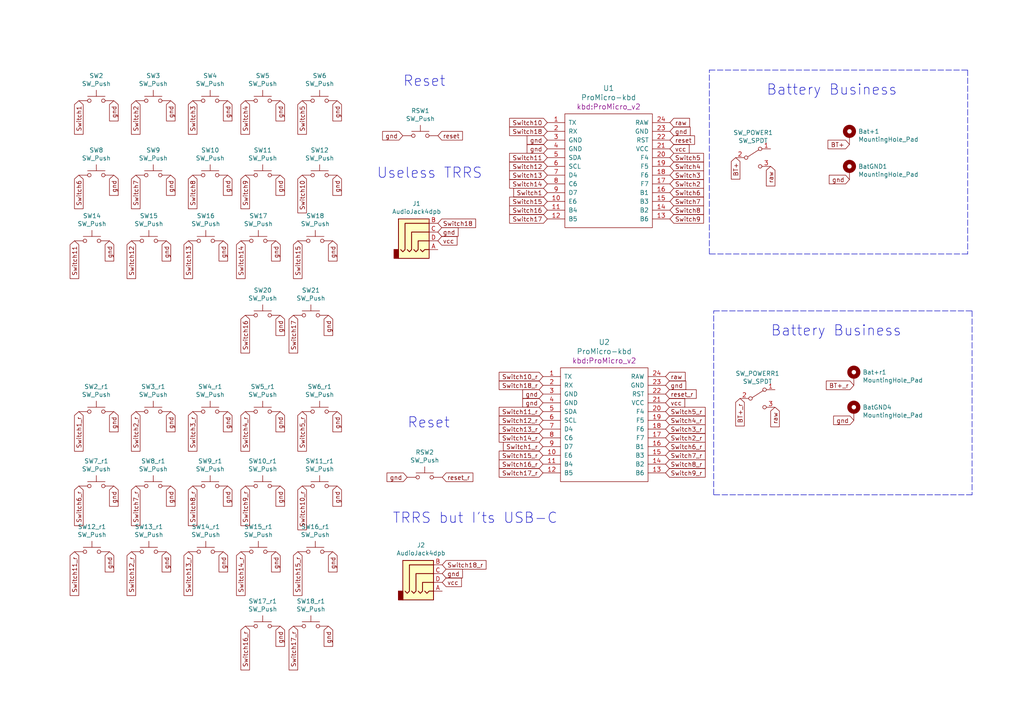
<source format=kicad_sch>
(kicad_sch (version 20231120) (generator "eeschema") (generator_version "8.0")
  (paper "A4")
  (title_block (title "K02") (date "2024-11-26") (rev "0.1") (comment 1 "Based on the Sweep 2 Half-Swept") (comment 2 "Redesigned by Lu Immich"))
  (lib_symbols
    (symbol "Mechanical:MountingHole_Pad" (pin_numbers hide) (pin_names (offset 1.016) hide)
      (property "Reference" "H" (at 0 6.35 0))
      (property "Value" "MountingHole_Pad" (at 0 4.445 0))
      (symbol "MountingHole_Pad_0_1"
        (circle (center 0 1.27) (radius 1.27) (stroke (width 1.27)))
      )
      (symbol "MountingHole_Pad_1_1"
        (pin input line (at 0 -2.54 90) (length 2.54) (name "1") (number "1"))
      )
    )
    (symbol "Switch:SW_Push" (pin_numbers hide) (pin_names (offset 1.016) hide)
      (property "Reference" "SW" (at 1.27 2.54 0))
      (property "Value" "SW_Push" (at 0 -1.524 0))
      (symbol "SW_Push_0_1"
        (circle (center -2.032 0) (radius 0.508))
        (polyline (pts (xy 0 1.27) (xy 0 3.048)))
        (polyline (pts (xy 2.54 1.27) (xy -2.54 1.27)))
        (circle (center 2.032 0) (radius 0.508))
        (pin passive line (at -5.08 0 0) (length 2.54) (name "1") (number "1"))
        (pin passive line (at 5.08 0 180) (length 2.54) (name "2") (number "2"))
      )
    )
    (symbol "Switch:SW_SPDT" (pin_names (offset 0) hide)
      (property "Reference" "SW" (at 0 4.318 0))
      (property "Value" "SW_SPDT" (at 0 -5.08 0))
      (symbol "SW_SPDT_0_0"
        (circle (center -2.032 0) (radius 0.508))
        (circle (center 2.032 -2.54) (radius 0.508))
      )
      (symbol "SW_SPDT_0_1"
        (polyline (pts (xy -1.524 0.254) (xy 1.651 2.286)))
        (circle (center 2.032 2.54) (radius 0.508))
      )
      (symbol "SW_SPDT_1_1"
        (pin passive line (at 5.08 2.54 180) (length 2.54) (name "A") (number "1"))
        (pin passive line (at -5.08 0 0) (length 2.54) (name "B") (number "2"))
        (pin passive line (at 5.08 -2.54 180) (length 2.54) (name "C") (number "3"))
      )
    )
    (symbol "half-swept-rescue:AudioJack4dpb-tokas_bp"
      (property "Reference" "J" (at 0 8.89 0))
      (property "Value" "AudioJack4dpb-tokas_bp" (at 0 6.35 0))
      (symbol "AudioJack4dpb-tokas_bp_0_1"
        (rectangle (start -6.35 -5.08) (end -7.62 -7.62) (stroke (width 0.254)) (fill (type outline)))
        (polyline (pts (xy 0 -5.08) (xy 0.635 -5.715) (xy 1.27 -5.08) (xy 2.54 -5.08)) (stroke (width 0.254)))
        (polyline (pts (xy -5.715 -5.08) (xy -5.08 -5.715) (xy -4.445 -5.08) (xy -4.445 2.54) (xy 2.54 2.54)) (stroke (width 0.254)))
        (polyline (pts (xy -1.905 -5.08) (xy -1.27 -5.715) (xy -0.635 -5.08) (xy -0.635 -2.54) (xy 2.54 -2.54)) (stroke (width 0.254)))
        (polyline (pts (xy 2.54 0) (xy -2.54 0) (xy -2.54 -5.08) (xy -3.175 -5.715) (xy -3.81 -5.08)) (stroke (width 0.254)))
        (rectangle (start 2.54 3.81) (end -6.35 -7.62) (stroke (width 0.254)) (fill (type background)))
      )
      (symbol "AudioJack4dpb-tokas_bp_1_1"
        (pin passive line (at 5.08 -5.08 180) (length 2.54) (name "~") (number "A"))
        (pin passive line (at 5.08 2.54 180) (length 2.54) (name "~") (number "B"))
        (pin passive line (at 5.08 0 180) (length 2.54) (name "~") (number "C"))
        (pin passive line (at 5.08 -2.54 180) (length 2.54) (name "~") (number "D"))
      )
    )
    (symbol "half-swept-rescue:ProMicro-kbd-bigblackpill-34key-rescue-sweepv2-rescue" (pin_names (offset 1.016))
      (property "Reference" "U" (at 0 24.13 0))
      (property "Value" "ProMicro-kbd-bigblackpill-34key-rescue-sweepv2-rescue" (at 0 -13.97 0))
      (symbol "ProMicro-kbd-bigblackpill-34key-rescue-sweepv2-rescue_0_1"
        (rectangle (start -12.7 21.59) (end 12.7 -11.43))
      )
      (symbol "ProMicro-kbd-bigblackpill-34key-rescue-sweepv2-rescue_1_1"
        (pin bidirectional line (at -17.78 19.05 0) (length 5.08) (name "TX") (number "1"))
        (pin bidirectional line (at -17.78 -3.81 0) (length 5.08) (name "E6") (number "10"))
        (pin bidirectional line (at -17.78 -6.35 0) (length 5.08) (name "B4") (number "11"))
        (pin bidirectional line (at -17.78 -8.89 0) (length 5.08) (name "B5") (number "12"))
        (pin bidirectional line (at 17.78 -8.89 180) (length 5.08) (name "B6") (number "13"))
        (pin bidirectional line (at 17.78 -6.35 180) (length 5.08) (name "B2") (number "14"))
        (pin bidirectional line (at 17.78 -3.81 180) (length 5.08) (name "B3") (number "15"))
        (pin bidirectional line (at 17.78 -1.27 180) (length 5.08) (name "B1") (number "16"))
        (pin bidirectional line (at 17.78 1.27 180) (length 5.08) (name "F7") (number "17"))
        (pin bidirectional line (at 17.78 3.81 180) (length 5.08) (name "F6") (number "18"))
        (pin bidirectional line (at 17.78 6.35 180) (length 5.08) (name "F5") (number "19"))
        (pin bidirectional line (at -17.78 16.51 0) (length 5.08) (name "RX") (number "2"))
        (pin bidirectional line (at 17.78 8.89 180) (length 5.08) (name "F4") (number "20"))
        (pin power_in line (at 17.78 11.43 180) (length 5.08) (name "VCC") (number "21"))
        (pin input line (at 17.78 13.97 180) (length 5.08) (name "RST") (number "22"))
        (pin power_in line (at 17.78 16.51 180) (length 5.08) (name "GND") (number "23"))
        (pin power_out line (at 17.78 19.05 180) (length 5.08) (name "RAW") (number "24"))
        (pin power_in line (at -17.78 13.97 0) (length 5.08) (name "GND") (number "3"))
        (pin power_in line (at -17.78 11.43 0) (length 5.08) (name "GND") (number "4"))
        (pin bidirectional line (at -17.78 8.89 0) (length 5.08) (name "SDA") (number "5"))
        (pin bidirectional line (at -17.78 6.35 0) (length 5.08) (name "SCL") (number "6"))
        (pin bidirectional line (at -17.78 3.81 0) (length 5.08) (name "D4") (number "7"))
        (pin bidirectional line (at -17.78 1.27 0) (length 5.08) (name "C6") (number "8"))
        (pin bidirectional line (at -17.78 -1.27 0) (length 5.08) (name "D7") (number "9"))
      )
    )
  )
  (polyline (pts (xy 280.67 73.66) (xy 205.74 73.66)) (stroke (width 0) (type dash)))
  (polyline (pts (xy 281.94 90.17) (xy 281.94 143.51)) (stroke (width 0) (type dash)))
  (polyline (pts (xy 205.74 73.66) (xy 205.74 20.32)) (stroke (width 0) (type dash)))
  (polyline (pts (xy 280.67 20.32) (xy 280.67 73.66)) (stroke (width 0) (type dash)))
  (polyline (pts (xy 207.01 143.51) (xy 207.01 90.17)) (stroke (width 0) (type dash)))
  (polyline (pts (xy 207.01 90.17) (xy 281.94 90.17)) (stroke (width 0) (type dash)))
  (polyline (pts (xy 281.94 143.51) (xy 207.01 143.51)) (stroke (width 0) (type dash)))
  (polyline (pts (xy 205.74 20.32) (xy 280.67 20.32)) (stroke (width 0) (type dash)))
  (text "Reset" (at 118.11 124.46 0) (effects (font (size 2.9972 2.9972)) (justify left bottom)))
  (text "Battery Business" (at 223.52 97.79 0) (effects (font (size 2.9972 2.9972)) (justify left bottom)))
  (text "TRRS but I'ts USB-C\n" (at 113.792 152.146 0) (effects (font (size 2.9972 2.9972)) (justify left bottom)))
  (text "Reset" (at 116.84 25.4 0) (effects (font (size 2.9972 2.9972)) (justify left bottom)))
  (text "Useless TRRS\n" (at 109.22 52.07 0) (effects (font (size 2.9972 2.9972)) (justify left bottom)))
  (text "Battery Business" (at 222.25 27.94 0) (effects (font (size 2.9972 2.9972)) (justify left bottom)))
  (global_label "gnd" (shape input) (at 81.28 181.61 270) (property "Intersheetrefs" "${INTERSHEET_REFS}" (effects (hide yes))))
  (global_label "BT+" (shape input) (at 246.38 41.91 180) (property "Intersheetrefs" "${INTERSHEET_REFS}" (effects (hide yes))))
  (global_label "Switch1_r" (shape input) (at 22.86 119.38 270) (property "Intersheetrefs" "${INTERSHEET_REFS}" (effects (hide yes))))
  (global_label "vcc" (shape input) (at 127 69.85 0) (property "Intersheetrefs" "${INTERSHEET_REFS}" (effects (hide yes))))
  (global_label "Switch18_r" (shape input) (at 157.48 111.76 180) (property "Intersheetrefs" "${INTERSHEET_REFS}" (effects (hide yes))))
  (global_label "Switch10_r" (shape input) (at 157.48 109.22 180) (property "Intersheetrefs" "${INTERSHEET_REFS}" (effects (hide yes))))
  (global_label "Switch8_r" (shape input) (at 193.04 134.62 0) (property "Intersheetrefs" "${INTERSHEET_REFS}" (effects (hide yes))))
  (global_label "gnd" (shape input) (at 128.27 166.37 0) (property "Intersheetrefs" "${INTERSHEET_REFS}" (effects (hide yes))))
  (global_label "Switch10" (shape input) (at 87.63 50.8 270) (property "Intersheetrefs" "${INTERSHEET_REFS}" (effects (hide yes))))
  (global_label "Switch6" (shape input) (at 22.86 50.8 270) (property "Intersheetrefs" "${INTERSHEET_REFS}" (effects (hide yes))))
  (global_label "Switch6_r" (shape input) (at 193.04 129.54 0) (property "Intersheetrefs" "${INTERSHEET_REFS}" (effects (hide yes))))
  (global_label "gnd" (shape input) (at 158.75 40.64 180) (property "Intersheetrefs" "${INTERSHEET_REFS}" (effects (hide yes))))
  (global_label "gnd" (shape input) (at 96.52 69.85 270) (property "Intersheetrefs" "${INTERSHEET_REFS}" (effects (hide yes))))
  (global_label "Switch4" (shape input) (at 194.31 48.26 0) (property "Intersheetrefs" "${INTERSHEET_REFS}" (effects (hide yes))))
  (global_label "reset_r" (shape input) (at 128.27 138.43 0) (property "Intersheetrefs" "${INTERSHEET_REFS}" (effects (hide yes))))
  (global_label "Switch8_r" (shape input) (at 55.88 140.97 270) (property "Intersheetrefs" "${INTERSHEET_REFS}" (effects (hide yes))))
  (global_label "gnd" (shape input) (at 48.26 160.02 270) (property "Intersheetrefs" "${INTERSHEET_REFS}" (effects (hide yes))))
  (global_label "Switch4_r" (shape input) (at 71.12 119.38 270) (property "Intersheetrefs" "${INTERSHEET_REFS}" (effects (hide yes))))
  (global_label "Switch15" (shape input) (at 158.75 58.42 180) (property "Intersheetrefs" "${INTERSHEET_REFS}" (effects (hide yes))))
  (global_label "gnd" (shape input) (at 66.04 50.8 270) (property "Intersheetrefs" "${INTERSHEET_REFS}" (effects (hide yes))))
  (global_label "Switch18" (shape input) (at 127 64.77 0) (property "Intersheetrefs" "${INTERSHEET_REFS}" (effects (hide yes))))
  (global_label "Switch3_r" (shape input) (at 55.88 119.38 270) (property "Intersheetrefs" "${INTERSHEET_REFS}" (effects (hide yes))))
  (global_label "gnd" (shape input) (at 95.25 181.61 270) (property "Intersheetrefs" "${INTERSHEET_REFS}" (effects (hide yes))))
  (global_label "gnd" (shape input) (at 81.28 91.44 270) (property "Intersheetrefs" "${INTERSHEET_REFS}" (effects (hide yes))))
  (global_label "Switch7_r" (shape input) (at 39.37 140.97 270) (property "Intersheetrefs" "${INTERSHEET_REFS}" (effects (hide yes))))
  (global_label "raw" (shape input) (at 224.79 118.11 270) (property "Intersheetrefs" "${INTERSHEET_REFS}" (effects (hide yes))))
  (global_label "gnd" (shape input) (at 33.02 119.38 270) (property "Intersheetrefs" "${INTERSHEET_REFS}" (effects (hide yes))))
  (global_label "gnd" (shape input) (at 33.02 140.97 270) (property "Intersheetrefs" "${INTERSHEET_REFS}" (effects (hide yes))))
  (global_label "gnd" (shape input) (at 80.01 69.85 270) (property "Intersheetrefs" "${INTERSHEET_REFS}" (effects (hide yes))))
  (global_label "Switch17" (shape input) (at 158.75 63.5 180) (property "Intersheetrefs" "${INTERSHEET_REFS}" (effects (hide yes))))
  (global_label "gnd" (shape input) (at 80.01 160.02 270) (property "Intersheetrefs" "${INTERSHEET_REFS}" (effects (hide yes))))
  (global_label "Switch1" (shape input) (at 158.75 55.88 180) (property "Intersheetrefs" "${INTERSHEET_REFS}" (effects (hide yes))))
  (global_label "Switch5" (shape input) (at 87.63 29.21 270) (property "Intersheetrefs" "${INTERSHEET_REFS}" (effects (hide yes))))
  (global_label "Switch12" (shape input) (at 158.75 48.26 180) (property "Intersheetrefs" "${INTERSHEET_REFS}" (effects (hide yes))))
  (global_label "Switch15_r" (shape input) (at 86.36 160.02 270) (property "Intersheetrefs" "${INTERSHEET_REFS}" (effects (hide yes))))
  (global_label "gnd" (shape input) (at 66.04 119.38 270) (property "Intersheetrefs" "${INTERSHEET_REFS}" (effects (hide yes))))
  (global_label "Switch12" (shape input) (at 38.1 69.85 270) (property "Intersheetrefs" "${INTERSHEET_REFS}" (effects (hide yes))))
  (global_label "gnd" (shape input) (at 33.02 50.8 270) (property "Intersheetrefs" "${INTERSHEET_REFS}" (effects (hide yes))))
  (global_label "Switch9" (shape input) (at 71.12 50.8 270) (property "Intersheetrefs" "${INTERSHEET_REFS}" (effects (hide yes))))
  (global_label "Switch6" (shape input) (at 194.31 55.88 0) (property "Intersheetrefs" "${INTERSHEET_REFS}" (effects (hide yes))))
  (global_label "gnd" (shape input) (at 49.53 140.97 270) (property "Intersheetrefs" "${INTERSHEET_REFS}" (effects (hide yes))))
  (global_label "reset" (shape input) (at 194.31 40.64 0) (property "Intersheetrefs" "${INTERSHEET_REFS}" (effects (hide yes))))
  (global_label "Switch7_r" (shape input) (at 193.04 132.08 0) (property "Intersheetrefs" "${INTERSHEET_REFS}" (effects (hide yes))))
  (global_label "reset" (shape input) (at 127 39.37 0) (property "Intersheetrefs" "${INTERSHEET_REFS}" (effects (hide yes))))
  (global_label "Switch17_r" (shape input) (at 157.48 137.16 180) (property "Intersheetrefs" "${INTERSHEET_REFS}" (effects (hide yes))))
  (global_label "Switch2" (shape input) (at 194.31 53.34 0) (property "Intersheetrefs" "${INTERSHEET_REFS}" (effects (hide yes))))
  (global_label "Switch5_r" (shape input) (at 193.04 119.38 0) (property "Intersheetrefs" "${INTERSHEET_REFS}" (effects (hide yes))))
  (global_label "Switch15" (shape input) (at 86.36 69.85 270) (property "Intersheetrefs" "${INTERSHEET_REFS}" (effects (hide yes))))
  (global_label "raw" (shape input) (at 223.52 48.26 270) (property "Intersheetrefs" "${INTERSHEET_REFS}" (effects (hide yes))))
  (global_label "Switch3_r" (shape input) (at 193.04 124.46 0) (property "Intersheetrefs" "${INTERSHEET_REFS}" (effects (hide yes))))
  (global_label "gnd" (shape input) (at 247.65 121.92 180) (property "Intersheetrefs" "${INTERSHEET_REFS}" (effects (hide yes))))
  (global_label "Switch14_r" (shape input) (at 69.85 160.02 270) (property "Intersheetrefs" "${INTERSHEET_REFS}" (effects (hide yes))))
  (global_label "gnd" (shape input) (at 246.38 52.07 180) (property "Intersheetrefs" "${INTERSHEET_REFS}" (effects (hide yes))))
  (global_label "Switch17" (shape input) (at 85.09 91.44 270) (property "Intersheetrefs" "${INTERSHEET_REFS}" (effects (hide yes))))
  (global_label "gnd" (shape input) (at 31.75 160.02 270) (property "Intersheetrefs" "${INTERSHEET_REFS}" (effects (hide yes))))
  (global_label "Switch3" (shape input) (at 55.88 29.21 270) (property "Intersheetrefs" "${INTERSHEET_REFS}" (effects (hide yes))))
  (global_label "gnd" (shape input) (at 49.53 29.21 270) (property "Intersheetrefs" "${INTERSHEET_REFS}" (effects (hide yes))))
  (global_label "Switch1_r" (shape input) (at 157.48 129.54 180) (property "Intersheetrefs" "${INTERSHEET_REFS}" (effects (hide yes))))
  (global_label "gnd" (shape input) (at 97.79 119.38 270) (property "Intersheetrefs" "${INTERSHEET_REFS}" (effects (hide yes))))
  (global_label "gnd" (shape input) (at 97.79 140.97 270) (property "Intersheetrefs" "${INTERSHEET_REFS}" (effects (hide yes))))
  (global_label "Switch11" (shape input) (at 158.75 45.72 180) (property "Intersheetrefs" "${INTERSHEET_REFS}" (effects (hide yes))))
  (global_label "gnd" (shape input) (at 96.52 160.02 270) (property "Intersheetrefs" "${INTERSHEET_REFS}" (effects (hide yes))))
  (global_label "Switch7" (shape input) (at 194.31 58.42 0) (property "Intersheetrefs" "${INTERSHEET_REFS}" (effects (hide yes))))
  (global_label "Switch9" (shape input) (at 194.31 63.5 0) (property "Intersheetrefs" "${INTERSHEET_REFS}" (effects (hide yes))))
  (global_label "Switch7" (shape input) (at 39.37 50.8 270) (property "Intersheetrefs" "${INTERSHEET_REFS}" (effects (hide yes))))
  (global_label "Switch4_r" (shape input) (at 193.04 121.92 0) (property "Intersheetrefs" "${INTERSHEET_REFS}" (effects (hide yes))))
  (global_label "gnd" (shape input) (at 33.02 29.21 270) (property "Intersheetrefs" "${INTERSHEET_REFS}" (effects (hide yes))))
  (global_label "Switch2" (shape input) (at 39.37 29.21 270) (property "Intersheetrefs" "${INTERSHEET_REFS}" (effects (hide yes))))
  (global_label "Switch6_r" (shape input) (at 22.86 140.97 270) (property "Intersheetrefs" "${INTERSHEET_REFS}" (effects (hide yes))))
  (global_label "Switch1" (shape input) (at 22.86 29.21 270) (property "Intersheetrefs" "${INTERSHEET_REFS}" (effects (hide yes))))
  (global_label "gnd" (shape input) (at 66.04 140.97 270) (property "Intersheetrefs" "${INTERSHEET_REFS}" (effects (hide yes))))
  (global_label "Switch11_r" (shape input) (at 157.48 119.38 180) (property "Intersheetrefs" "${INTERSHEET_REFS}" (effects (hide yes))))
  (global_label "gnd" (shape input) (at 157.48 114.3 180) (property "Intersheetrefs" "${INTERSHEET_REFS}" (effects (hide yes))))
  (global_label "Switch13_r" (shape input) (at 157.48 124.46 180) (property "Intersheetrefs" "${INTERSHEET_REFS}" (effects (hide yes))))
  (global_label "Switch8" (shape input) (at 194.31 60.96 0) (property "Intersheetrefs" "${INTERSHEET_REFS}" (effects (hide yes))))
  (global_label "Switch17_r" (shape input) (at 85.09 181.61 270) (property "Intersheetrefs" "${INTERSHEET_REFS}" (effects (hide yes))))
  (global_label "gnd" (shape input) (at 64.77 69.85 270) (property "Intersheetrefs" "${INTERSHEET_REFS}" (effects (hide yes))))
  (global_label "reset_r" (shape input) (at 193.04 114.3 0) (property "Intersheetrefs" "${INTERSHEET_REFS}" (effects (hide yes))))
  (global_label "Switch12_r" (shape input) (at 38.1 160.02 270) (property "Intersheetrefs" "${INTERSHEET_REFS}" (effects (hide yes))))
  (global_label "Switch18" (shape input) (at 158.75 38.1 180) (property "Intersheetrefs" "${INTERSHEET_REFS}" (effects (hide yes))))
  (global_label "Switch14" (shape input) (at 158.75 53.34 180) (property "Intersheetrefs" "${INTERSHEET_REFS}" (effects (hide yes))))
  (global_label "BT+_r" (shape input) (at 214.63 115.57 270) (property "Intersheetrefs" "${INTERSHEET_REFS}" (effects (hide yes))))
  (global_label "gnd" (shape input) (at 31.75 69.85 270) (property "Intersheetrefs" "${INTERSHEET_REFS}" (effects (hide yes))))
  (global_label "gnd" (shape input) (at 49.53 50.8 270) (property "Intersheetrefs" "${INTERSHEET_REFS}" (effects (hide yes))))
  (global_label "gnd" (shape input) (at 97.79 29.21 270) (property "Intersheetrefs" "${INTERSHEET_REFS}" (effects (hide yes))))
  (global_label "Switch3" (shape input) (at 194.31 50.8 0) (property "Intersheetrefs" "${INTERSHEET_REFS}" (effects (hide yes))))
  (global_label "gnd" (shape input) (at 158.75 43.18 180) (property "Intersheetrefs" "${INTERSHEET_REFS}" (effects (hide yes))))
  (global_label "Switch16_r" (shape input) (at 71.12 181.61 270) (property "Intersheetrefs" "${INTERSHEET_REFS}" (effects (hide yes))))
  (global_label "Switch16_r" (shape input) (at 157.48 134.62 180) (property "Intersheetrefs" "${INTERSHEET_REFS}" (effects (hide yes))))
  (global_label "Switch2_r" (shape input) (at 39.37 119.38 270) (property "Intersheetrefs" "${INTERSHEET_REFS}" (effects (hide yes))))
  (global_label "Switch16" (shape input) (at 71.12 91.44 270) (property "Intersheetrefs" "${INTERSHEET_REFS}" (effects (hide yes))))
  (global_label "Switch18_r" (shape input) (at 128.27 163.83 0) (property "Intersheetrefs" "${INTERSHEET_REFS}" (effects (hide yes))))
  (global_label "Switch4" (shape input) (at 71.12 29.21 270) (property "Intersheetrefs" "${INTERSHEET_REFS}" (effects (hide yes))))
  (global_label "gnd" (shape input) (at 118.11 138.43 180) (property "Intersheetrefs" "${INTERSHEET_REFS}" (effects (hide yes))))
  (global_label "Switch10" (shape input) (at 158.75 35.56 180) (property "Intersheetrefs" "${INTERSHEET_REFS}" (effects (hide yes))))
  (global_label "Switch15_r" (shape input) (at 157.48 132.08 180) (property "Intersheetrefs" "${INTERSHEET_REFS}" (effects (hide yes))))
  (global_label "gnd" (shape input) (at 127 67.31 0) (property "Intersheetrefs" "${INTERSHEET_REFS}" (effects (hide yes))))
  (global_label "gnd" (shape input) (at 97.79 50.8 270) (property "Intersheetrefs" "${INTERSHEET_REFS}" (effects (hide yes))))
  (global_label "gnd" (shape input) (at 81.28 140.97 270) (property "Intersheetrefs" "${INTERSHEET_REFS}" (effects (hide yes))))
  (global_label "Switch9_r" (shape input) (at 71.12 140.97 270) (property "Intersheetrefs" "${INTERSHEET_REFS}" (effects (hide yes))))
  (global_label "Switch16" (shape input) (at 158.75 60.96 180) (property "Intersheetrefs" "${INTERSHEET_REFS}" (effects (hide yes))))
  (global_label "BT+_r" (shape input) (at 247.65 111.76 180) (property "Intersheetrefs" "${INTERSHEET_REFS}" (effects (hide yes))))
  (global_label "Switch8" (shape input) (at 55.88 50.8 270) (property "Intersheetrefs" "${INTERSHEET_REFS}" (effects (hide yes))))
  (global_label "Switch13" (shape input) (at 158.75 50.8 180) (property "Intersheetrefs" "${INTERSHEET_REFS}" (effects (hide yes))))
  (global_label "Switch11" (shape input) (at 21.59 69.85 270) (property "Intersheetrefs" "${INTERSHEET_REFS}" (effects (hide yes))))
  (global_label "Switch14" (shape input) (at 69.85 69.85 270) (property "Intersheetrefs" "${INTERSHEET_REFS}" (effects (hide yes))))
  (global_label "Switch5_r" (shape input) (at 87.63 119.38 270) (property "Intersheetrefs" "${INTERSHEET_REFS}" (effects (hide yes))))
  (global_label "Switch9_r" (shape input) (at 193.04 137.16 0) (property "Intersheetrefs" "${INTERSHEET_REFS}" (effects (hide yes))))
  (global_label "gnd" (shape input) (at 48.26 69.85 270) (property "Intersheetrefs" "${INTERSHEET_REFS}" (effects (hide yes))))
  (global_label "gnd" (shape input) (at 66.04 29.21 270) (property "Intersheetrefs" "${INTERSHEET_REFS}" (effects (hide yes))))
  (global_label "Switch13_r" (shape input) (at 54.61 160.02 270) (property "Intersheetrefs" "${INTERSHEET_REFS}" (effects (hide yes))))
  (global_label "Switch14_r" (shape input) (at 157.48 127 180) (property "Intersheetrefs" "${INTERSHEET_REFS}" (effects (hide yes))))
  (global_label "Switch13" (shape input) (at 54.61 69.85 270) (property "Intersheetrefs" "${INTERSHEET_REFS}" (effects (hide yes))))
  (global_label "gnd" (shape input) (at 49.53 119.38 270) (property "Intersheetrefs" "${INTERSHEET_REFS}" (effects (hide yes))))
  (global_label "Switch2_r" (shape input) (at 193.04 127 0) (property "Intersheetrefs" "${INTERSHEET_REFS}" (effects (hide yes))))
  (global_label "gnd" (shape input) (at 157.48 116.84 180) (property "Intersheetrefs" "${INTERSHEET_REFS}" (effects (hide yes))))
  (global_label "Switch10_r" (shape input) (at 87.63 140.97 270) (property "Intersheetrefs" "${INTERSHEET_REFS}" (effects (hide yes))))
  (global_label "vcc" (shape input) (at 128.27 168.91 0) (property "Intersheetrefs" "${INTERSHEET_REFS}" (effects (hide yes))))
  (global_label "gnd" (shape input) (at 95.25 91.44 270) (property "Intersheetrefs" "${INTERSHEET_REFS}" (effects (hide yes))))
  (global_label "gnd" (shape input) (at 81.28 119.38 270) (property "Intersheetrefs" "${INTERSHEET_REFS}" (effects (hide yes))))
  (global_label "gnd" (shape input) (at 81.28 50.8 270) (property "Intersheetrefs" "${INTERSHEET_REFS}" (effects (hide yes))))
  (global_label "Switch12_r" (shape input) (at 157.48 121.92 180) (property "Intersheetrefs" "${INTERSHEET_REFS}" (effects (hide yes))))
  (global_label "BT+" (shape input) (at 213.36 45.72 270) (property "Intersheetrefs" "${INTERSHEET_REFS}" (effects (hide yes))))
  (global_label "gnd" (shape input) (at 64.77 160.02 270) (property "Intersheetrefs" "${INTERSHEET_REFS}" (effects (hide yes))))
  (global_label "gnd" (shape input) (at 116.84 39.37 180) (property "Intersheetrefs" "${INTERSHEET_REFS}" (effects (hide yes))))
  (global_label "raw" (shape input) (at 193.04 109.22 0) (property "Intersheetrefs" "${INTERSHEET_REFS}" (effects (hide yes))))
  (global_label "raw" (shape input) (at 194.31 35.56 0) (property "Intersheetrefs" "${INTERSHEET_REFS}" (effects (hide yes))))
  (global_label "gnd" (shape input) (at 193.04 111.76 0) (property "Intersheetrefs" "${INTERSHEET_REFS}" (effects (hide yes))))
  (global_label "vcc" (shape input) (at 194.31 43.18 0) (property "Intersheetrefs" "${INTERSHEET_REFS}" (effects (hide yes))))
  (global_label "gnd" (shape input) (at 194.31 38.1 0) (property "Intersheetrefs" "${INTERSHEET_REFS}" (effects (hide yes))))
  (global_label "gnd" (shape input) (at 81.28 29.21 270) (property "Intersheetrefs" "${INTERSHEET_REFS}" (effects (hide yes))))
  (global_label "Switch11_r" (shape input) (at 21.59 160.02 270) (property "Intersheetrefs" "${INTERSHEET_REFS}" (effects (hide yes))))
  (global_label "Switch5" (shape input) (at 194.31 45.72 0) (property "Intersheetrefs" "${INTERSHEET_REFS}" (effects (hide yes))))
  (global_label "vcc" (shape input) (at 193.04 116.84 0) (property "Intersheetrefs" "${INTERSHEET_REFS}" (effects (hide yes))))
  (symbol (lib_id "Mechanical:MountingHole_Pad") (at 246.38 39.37 0) (unit 1)
    (property "Reference" "Bat+1" (at 248.92 38.1254 0) (effects (justify left)))
    (property "Value" "MountingHole_Pad" (at 248.92 40.4368 0) (effects (justify left)))
    (property "Footprint" "kbd:1pin_conn" (effects (hide yes)))
  )
  (symbol (lib_id "Mechanical:MountingHole_Pad") (at 246.38 49.53 0) (unit 1)
    (property "Reference" "BatGND1" (at 248.92 48.2854 0) (effects (justify left)))
    (property "Value" "MountingHole_Pad" (at 248.92 50.5968 0) (effects (justify left)))
    (property "Footprint" "kbd:1pin_conn" (effects (hide yes)))
  )
  (symbol (lib_id "half-swept-rescue:ProMicro-kbd-bigblackpill-34key-rescue-sweepv2-rescue") (at 176.53 54.61 0) (unit 1)
    (property "Reference" "U1" (at 176.53 25.5778 0) (effects (font (size 1.524 1.524))))
    (property "Value" "ProMicro-kbd" (at 176.53 28.2702 0) (effects (font (size 1.524 1.524))))
    (property "Footprint" "kbd:ProMicro_v2" (at 176.53 30.9626 0) (effects (font (size 1.524 1.524))))
  )
  (symbol (lib_id "Switch:SW_Push") (at 27.94 29.21 0) (unit 1)
    (property "Reference" "SW2" (at 27.94 21.971 0))
    (property "Value" "SW_Push" (at 27.94 24.2824 0))
    (property "Footprint" "Kailh:SW_PG1350_rev_DPB" (effects (hide yes)))
  )
  (symbol (lib_id "Switch:SW_Push") (at 44.45 29.21 0) (unit 1)
    (property "Reference" "SW3" (at 44.45 21.971 0))
    (property "Value" "SW_Push" (at 44.45 24.2824 0))
    (property "Footprint" "Kailh:SW_PG1350_rev_DPB" (effects (hide yes)))
  )
  (symbol (lib_id "Switch:SW_Push") (at 60.96 29.21 0) (unit 1)
    (property "Reference" "SW4" (at 60.96 21.971 0))
    (property "Value" "SW_Push" (at 60.96 24.2824 0))
    (property "Footprint" "Kailh:SW_PG1350_rev_DPB" (effects (hide yes)))
  )
  (symbol (lib_id "Switch:SW_Push") (at 76.2 29.21 0) (unit 1)
    (property "Reference" "SW5" (at 76.2 21.971 0))
    (property "Value" "SW_Push" (at 76.2 24.2824 0))
    (property "Footprint" "Kailh:SW_PG1350_rev_DPB" (effects (hide yes)))
  )
  (symbol (lib_id "Switch:SW_Push") (at 92.71 29.21 0) (unit 1)
    (property "Reference" "SW6" (at 92.71 21.971 0))
    (property "Value" "SW_Push" (at 92.71 24.2824 0))
    (property "Footprint" "Kailh:SW_PG1350_rev_DPB" (effects (hide yes)))
  )
  (symbol (lib_id "Switch:SW_Push") (at 76.2 91.44 0) (unit 1)
    (property "Reference" "SW20" (at 76.2 84.201 0))
    (property "Value" "SW_Push" (at 76.2 86.5124 0))
    (property "Footprint" "Kailh:SW_PG1350_rev_DPB" (effects (hide yes)))
  )
  (symbol (lib_id "Switch:SW_Push") (at 90.17 91.44 0) (unit 1)
    (property "Reference" "SW21" (at 90.17 84.201 0))
    (property "Value" "SW_Push" (at 90.17 86.5124 0))
    (property "Footprint" "Kailh:SW_PG1350_rev_DPB" (effects (hide yes)))
  )
  (symbol (lib_id "Switch:SW_Push") (at 27.94 50.8 0) (unit 1)
    (property "Reference" "SW8" (at 27.94 43.561 0))
    (property "Value" "SW_Push" (at 27.94 45.8724 0))
    (property "Footprint" "Kailh:SW_PG1350_rev_DPB" (effects (hide yes)))
  )
  (symbol (lib_id "Switch:SW_Push") (at 44.45 50.8 0) (unit 1)
    (property "Reference" "SW9" (at 44.45 43.561 0))
    (property "Value" "SW_Push" (at 44.45 45.8724 0))
    (property "Footprint" "Kailh:SW_PG1350_rev_DPB" (effects (hide yes)))
  )
  (symbol (lib_id "Switch:SW_Push") (at 60.96 50.8 0) (unit 1)
    (property "Reference" "SW10" (at 60.96 43.561 0))
    (property "Value" "SW_Push" (at 60.96 45.8724 0))
    (property "Footprint" "Kailh:SW_PG1350_rev_DPB" (effects (hide yes)))
  )
  (symbol (lib_id "Switch:SW_Push") (at 76.2 50.8 0) (unit 1)
    (property "Reference" "SW11" (at 76.2 43.561 0))
    (property "Value" "SW_Push" (at 76.2 45.8724 0))
    (property "Footprint" "Kailh:SW_PG1350_rev_DPB" (effects (hide yes)))
  )
  (symbol (lib_id "Switch:SW_Push") (at 92.71 50.8 0) (unit 1)
    (property "Reference" "SW12" (at 92.71 43.561 0))
    (property "Value" "SW_Push" (at 92.71 45.8724 0))
    (property "Footprint" "Kailh:SW_PG1350_rev_DPB" (effects (hide yes)))
  )
  (symbol (lib_id "Switch:SW_Push") (at 26.67 69.85 0) (unit 1)
    (property "Reference" "SW14" (at 26.67 62.611 0))
    (property "Value" "SW_Push" (at 26.67 64.9224 0))
    (property "Footprint" "Kailh:SW_PG1350_rev_DPB" (effects (hide yes)))
  )
  (symbol (lib_id "Switch:SW_Push") (at 43.18 69.85 0) (unit 1)
    (property "Reference" "SW15" (at 43.18 62.611 0))
    (property "Value" "SW_Push" (at 43.18 64.9224 0))
    (property "Footprint" "Kailh:SW_PG1350_rev_DPB" (effects (hide yes)))
  )
  (symbol (lib_id "Switch:SW_Push") (at 59.69 69.85 0) (unit 1)
    (property "Reference" "SW16" (at 59.69 62.611 0))
    (property "Value" "SW_Push" (at 59.69 64.9224 0))
    (property "Footprint" "Kailh:SW_PG1350_rev_DPB" (effects (hide yes)))
  )
  (symbol (lib_id "Switch:SW_Push") (at 74.93 69.85 0) (unit 1)
    (property "Reference" "SW17" (at 74.93 62.611 0))
    (property "Value" "SW_Push" (at 74.93 64.9224 0))
    (property "Footprint" "Kailh:SW_PG1350_rev_DPB" (effects (hide yes)))
  )
  (symbol (lib_id "Switch:SW_Push") (at 91.44 69.85 0) (unit 1)
    (property "Reference" "SW18" (at 91.44 62.611 0))
    (property "Value" "SW_Push" (at 91.44 64.9224 0))
    (property "Footprint" "Kailh:SW_PG1350_rev_DPB" (effects (hide yes)))
  )
  (symbol (lib_id "Switch:SW_Push") (at 121.92 39.37 0) (unit 1)
    (property "Reference" "RSW1" (at 121.92 32.131 0))
    (property "Value" "SW_Push" (at 121.92 34.4424 0))
    (property "Footprint" "kbd:ResetSW" (effects (hide yes)))
  )
  (symbol (lib_id "Switch:SW_SPDT") (at 218.44 45.72 0) (unit 1)
    (property "Reference" "SW_POWER1" (at 218.44 38.481 0))
    (property "Value" "SW_SPDT" (at 218.44 40.7924 0))
    (property "Footprint" "Kailh:SPDT_C128955" (effects (hide yes)))
  )
  (symbol (lib_id "half-swept-rescue:AudioJack4dpb-tokas_bp") (at 121.92 67.31 0) (unit 1)
    (property "Reference" "J1" (at 120.8278 59.055 0))
    (property "Value" "AudioJack4dpb" (at 120.8278 61.3664 0))
    (property "Footprint" "kbd:MJ-4PP-9" (effects (hide yes)))
  )
  (symbol (lib_id "Switch:SW_Push") (at 27.94 119.38 0) (unit 1)
    (property "Reference" "SW2_r1" (at 27.94 112.141 0))
    (property "Value" "SW_Push" (at 27.94 114.4524 0))
    (property "Footprint" "Kailh:SW_PG1350_rev_DPB" (effects (hide yes)))
  )
  (symbol (lib_id "Switch:SW_Push") (at 44.45 119.38 0) (unit 1)
    (property "Reference" "SW3_r1" (at 44.45 112.141 0))
    (property "Value" "SW_Push" (at 44.45 114.4524 0))
    (property "Footprint" "Kailh:SW_PG1350_rev_DPB" (effects (hide yes)))
  )
  (symbol (lib_id "Switch:SW_Push") (at 60.96 119.38 0) (unit 1)
    (property "Reference" "SW4_r1" (at 60.96 112.141 0))
    (property "Value" "SW_Push" (at 60.96 114.4524 0))
    (property "Footprint" "Kailh:SW_PG1350_rev_DPB" (effects (hide yes)))
  )
  (symbol (lib_id "Switch:SW_Push") (at 76.2 119.38 0) (unit 1)
    (property "Reference" "SW5_r1" (at 76.2 112.141 0))
    (property "Value" "SW_Push" (at 76.2 114.4524 0))
    (property "Footprint" "Kailh:SW_PG1350_rev_DPB" (effects (hide yes)))
  )
  (symbol (lib_id "Switch:SW_Push") (at 92.71 119.38 0) (unit 1)
    (property "Reference" "SW6_r1" (at 92.71 112.141 0))
    (property "Value" "SW_Push" (at 92.71 114.4524 0))
    (property "Footprint" "Kailh:SW_PG1350_rev_DPB" (effects (hide yes)))
  )
  (symbol (lib_id "Switch:SW_Push") (at 76.2 181.61 0) (unit 1)
    (property "Reference" "SW17_r1" (at 76.2 174.371 0))
    (property "Value" "SW_Push" (at 76.2 176.6824 0))
    (property "Footprint" "Kailh:SW_PG1350_rev_DPB" (effects (hide yes)))
  )
  (symbol (lib_id "Switch:SW_Push") (at 90.17 181.61 0) (unit 1)
    (property "Reference" "SW18_r1" (at 90.17 174.371 0))
    (property "Value" "SW_Push" (at 90.17 176.6824 0))
    (property "Footprint" "Kailh:SW_PG1350_rev_DPB" (effects (hide yes)))
  )
  (symbol (lib_id "Switch:SW_Push") (at 27.94 140.97 0) (unit 1)
    (property "Reference" "SW7_r1" (at 27.94 133.731 0))
    (property "Value" "SW_Push" (at 27.94 136.0424 0))
    (property "Footprint" "Kailh:SW_PG1350_rev_DPB" (effects (hide yes)))
  )
  (symbol (lib_id "Switch:SW_Push") (at 44.45 140.97 0) (unit 1)
    (property "Reference" "SW8_r1" (at 44.45 133.731 0))
    (property "Value" "SW_Push" (at 44.45 136.0424 0))
    (property "Footprint" "Kailh:SW_PG1350_rev_DPB" (effects (hide yes)))
  )
  (symbol (lib_id "Switch:SW_Push") (at 60.96 140.97 0) (unit 1)
    (property "Reference" "SW9_r1" (at 60.96 133.731 0))
    (property "Value" "SW_Push" (at 60.96 136.0424 0))
    (property "Footprint" "Kailh:SW_PG1350_rev_DPB" (effects (hide yes)))
  )
  (symbol (lib_id "Switch:SW_Push") (at 76.2 140.97 0) (unit 1)
    (property "Reference" "SW10_r1" (at 76.2 133.731 0))
    (property "Value" "SW_Push" (at 76.2 136.0424 0))
    (property "Footprint" "Kailh:SW_PG1350_rev_DPB" (effects (hide yes)))
  )
  (symbol (lib_id "Switch:SW_Push") (at 92.71 140.97 0) (unit 1)
    (property "Reference" "SW11_r1" (at 92.71 133.731 0))
    (property "Value" "SW_Push" (at 92.71 136.0424 0))
    (property "Footprint" "Kailh:SW_PG1350_rev_DPB" (effects (hide yes)))
  )
  (symbol (lib_id "Switch:SW_Push") (at 26.67 160.02 0) (unit 1)
    (property "Reference" "SW12_r1" (at 26.67 152.781 0))
    (property "Value" "SW_Push" (at 26.67 155.0924 0))
    (property "Footprint" "Kailh:SW_PG1350_rev_DPB" (effects (hide yes)))
  )
  (symbol (lib_id "Switch:SW_Push") (at 43.18 160.02 0) (unit 1)
    (property "Reference" "SW13_r1" (at 43.18 152.781 0))
    (property "Value" "SW_Push" (at 43.18 155.0924 0))
    (property "Footprint" "Kailh:SW_PG1350_rev_DPB" (effects (hide yes)))
  )
  (symbol (lib_id "Switch:SW_Push") (at 59.69 160.02 0) (unit 1)
    (property "Reference" "SW14_r1" (at 59.69 152.781 0))
    (property "Value" "SW_Push" (at 59.69 155.0924 0))
    (property "Footprint" "Kailh:SW_PG1350_rev_DPB" (effects (hide yes)))
  )
  (symbol (lib_id "Switch:SW_Push") (at 74.93 160.02 0) (unit 1)
    (property "Reference" "SW15_r1" (at 74.93 152.781 0))
    (property "Value" "SW_Push" (at 74.93 155.0924 0))
    (property "Footprint" "Kailh:SW_PG1350_rev_DPB" (effects (hide yes)))
  )
  (symbol (lib_id "Switch:SW_Push") (at 91.44 160.02 0) (unit 1)
    (property "Reference" "SW16_r1" (at 91.44 152.781 0))
    (property "Value" "SW_Push" (at 91.44 155.0924 0))
    (property "Footprint" "Kailh:SW_PG1350_rev_DPB" (effects (hide yes)))
  )
  (symbol (lib_id "half-swept-rescue:ProMicro-kbd-bigblackpill-34key-rescue-sweepv2-rescue") (at 175.26 128.27 0) (unit 1)
    (property "Reference" "U2" (at 175.26 99.2378 0) (effects (font (size 1.524 1.524))))
    (property "Value" "ProMicro-kbd" (at 175.26 101.9302 0) (effects (font (size 1.524 1.524))))
    (property "Footprint" "kbd:ProMicro_v2" (at 175.26 104.6226 0) (effects (font (size 1.524 1.524))))
  )
  (symbol (lib_id "Switch:SW_Push") (at 123.19 138.43 0) (unit 1)
    (property "Reference" "RSW2" (at 123.19 131.191 0))
    (property "Value" "SW_Push" (at 123.19 133.5024 0))
    (property "Footprint" "kbd:ResetSW" (effects (hide yes)))
  )
  (symbol (lib_id "half-swept-rescue:AudioJack4dpb-tokas_bp") (at 123.19 166.37 0) (unit 1)
    (property "Reference" "J2" (at 122.0978 158.115 0))
    (property "Value" "AudioJack4dpb" (at 122.0978 160.4264 0))
    (property "Footprint" "kbd:MJ-4PP-9" (effects (hide yes)))
  )
  (symbol (lib_id "Switch:SW_SPDT") (at 219.71 115.57 0) (unit 1)
    (property "Reference" "SW_POWERR1" (at 219.71 108.331 0))
    (property "Value" "SW_SPDT" (at 219.71 110.6424 0))
    (property "Footprint" "Kailh:SPDT_C128955" (effects (hide yes)))
  )
  (symbol (lib_id "Mechanical:MountingHole_Pad") (at 247.65 109.22 0) (unit 1)
    (property "Reference" "Bat+r1" (at 250.19 107.9754 0) (effects (justify left)))
    (property "Value" "MountingHole_Pad" (at 250.19 110.2868 0) (effects (justify left)))
    (property "Footprint" "kbd:1pin_conn" (effects (hide yes)))
  )
  (symbol (lib_id "Mechanical:MountingHole_Pad") (at 247.65 119.38 0) (unit 1)
    (property "Reference" "BatGND4" (at 250.19 118.1354 0) (effects (justify left)))
    (property "Value" "MountingHole_Pad" (at 250.19 120.4468 0) (effects (justify left)))
    (property "Footprint" "kbd:1pin_conn" (effects (hide yes)))
  )
)
</source>
